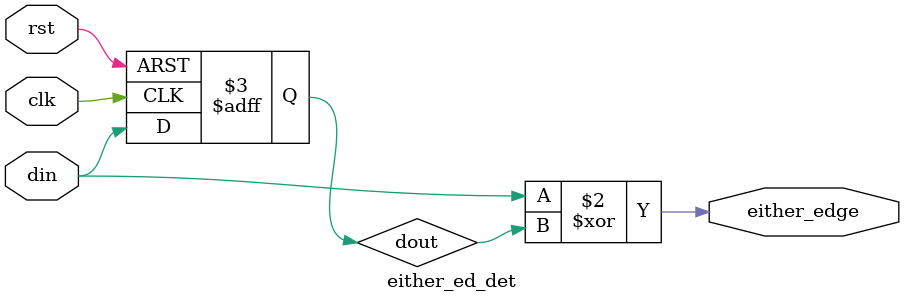
<source format=v>
module either_ed_det (clk,
                      rst,
                      din,
                      either_edge
                     );
  
  input clk, rst, din;
  output  either_edge; 
  
  reg dout;
  
  always @ (posedge clk or posedge rst)
    begin
      if (rst)
        begin
          dout <= 'h0;
        end
      else
        begin
          dout <= din;
        end
    end
  
  assign either_edge  = ( din ^ dout );
  
endmodule

</source>
